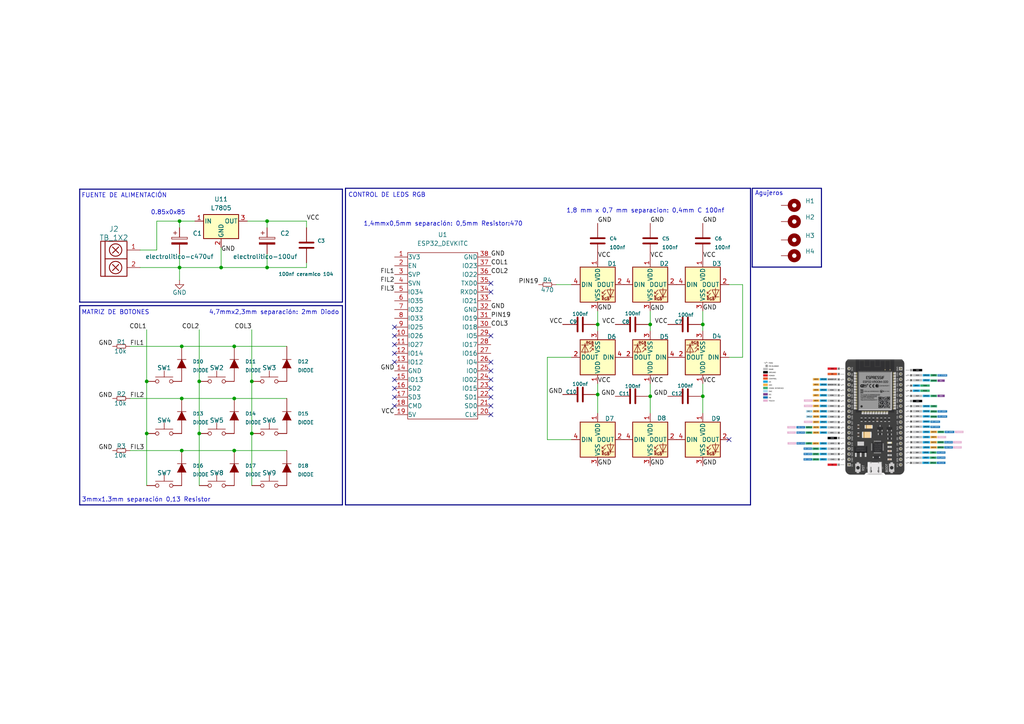
<source format=kicad_sch>
(kicad_sch (version 20231120) (generator "eeschema") (generator_version "8.0")
  (paper "A4")
  (lib_symbols
    (symbol "Device:C_Polarized" (pin_numbers hide) (pin_names (offset 0.254))
      (property "Reference" "C" (at 0.635 2.54 0))
      (property "Value" "C_Polarized" (at 0.635 -2.54 0))
      (symbol "C_Polarized_0_1"
        (rectangle (start -2.286 0.508) (end 2.286 1.016))
        (polyline (pts (xy -1.778 2.286) (xy -0.762 2.286)))
        (polyline (pts (xy -1.27 2.794) (xy -1.27 1.778)))
        (rectangle (start 2.286 -0.508) (end -2.286 -1.016) (fill (type outline)))
      )
      (symbol "C_Polarized_1_1"
        (pin passive line (at 0 3.81 270) (length 2.794) (name "~") (number "1"))
        (pin passive line (at 0 -3.81 90) (length 2.794) (name "~") (number "2"))
      )
    )
    (symbol "EESTN5:C" (pin_numbers hide) (pin_names (offset 0.254))
      (property "Reference" "C" (at 0 2.54 0))
      (property "Value" "C" (at 0.1524 -2.159 0))
      (symbol "C_0_1"
        (polyline (pts (xy -2.032 -0.762) (xy 2.032 -0.762)) (stroke (width 0.508)))
        (polyline (pts (xy -2.032 0.762) (xy 2.032 0.762)) (stroke (width 0.508)))
      )
      (symbol "C_1_1"
        (pin passive line (at 0 5.08 270) (length 4.318) (name "~") (number "1"))
        (pin passive line (at 0 -5.08 90) (length 4.318) (name "~") (number "2"))
      )
    )
    (symbol "EESTN5:DIODE" (pin_numbers hide) (pin_names (offset 1.016) hide)
      (property "Reference" "D" (at 0 2.54 0))
      (property "Value" "DIODE" (at 0 -2.54 0))
      (symbol "DIODE_0_1"
        (polyline (pts (xy 1.27 1.27) (xy 1.27 -1.27)) (stroke (width 0.1524)))
        (polyline (pts (xy -1.27 1.27) (xy 1.27 0) (xy -1.27 -1.27)) (fill (type outline)))
      )
      (symbol "DIODE_1_1"
        (pin passive line (at -5.08 0 0) (length 3.81) (name "A") (number "1"))
        (pin passive line (at 5.08 0 180) (length 3.81) (name "K") (number "2"))
      )
    )
    (symbol "EESTN5:ESP32_DEVKITC" (pin_names (offset 0.0254))
      (property "Reference" "U" (at 0 25.4 0))
      (property "Value" "ESP32_DEVKITC" (at 0 -25.4 0))
      (symbol "ESP32_DEVKITC_0_1"
        (rectangle (start -10.16 24.13) (end 10.16 -24.13))
      )
      (symbol "ESP32_DEVKITC_1_1"
        (pin passive line (at -13.97 22.86 0) (length 3.81) (name "3V3") (number "1"))
        (pin passive line (at -13.97 0 0) (length 3.81) (name "IO26") (number "10"))
        (pin passive line (at -13.97 -2.54 0) (length 3.81) (name "IO27") (number "11"))
        (pin passive line (at -13.97 -5.08 0) (length 3.81) (name "IO14") (number "12"))
        (pin passive line (at -13.97 -7.62 0) (length 3.81) (name "IO12") (number "13"))
        (pin passive line (at -13.97 -10.16 0) (length 3.81) (name "GND") (number "14"))
        (pin passive line (at -13.97 -12.7 0) (length 3.81) (name "IO13") (number "15"))
        (pin passive line (at -13.97 -15.24 0) (length 3.81) (name "SD2") (number "16"))
        (pin passive line (at -13.97 -17.78 0) (length 3.81) (name "SD3") (number "17"))
        (pin passive line (at -13.97 -20.32 0) (length 3.81) (name "CMD") (number "18"))
        (pin passive line (at -13.97 -22.86 0) (length 3.81) (name "5V") (number "19"))
        (pin passive line (at -13.97 20.32 0) (length 3.81) (name "EN") (number "2"))
        (pin passive line (at 13.97 -22.86 180) (length 3.81) (name "CLK") (number "20"))
        (pin passive line (at 13.97 -20.32 180) (length 3.81) (name "SD0") (number "21"))
        (pin passive line (at 13.97 -17.78 180) (length 3.81) (name "SD1") (number "22"))
        (pin passive line (at 13.97 -15.24 180) (length 3.81) (name "IO15") (number "23"))
        (pin passive line (at 13.97 -12.7 180) (length 3.81) (name "IO02") (number "24"))
        (pin passive line (at 13.97 -10.16 180) (length 3.81) (name "IO0") (number "25"))
        (pin passive line (at 13.97 -7.62 180) (length 3.81) (name "IO4") (number "26"))
        (pin passive line (at 13.97 -5.08 180) (length 3.81) (name "IO16") (number "27"))
        (pin passive line (at 13.97 -2.54 180) (length 3.81) (name "IO17") (number "28"))
        (pin passive line (at 13.97 0 180) (length 3.81) (name "IO5") (number "29"))
        (pin passive line (at -13.97 17.78 0) (length 3.81) (name "SVP") (number "3"))
        (pin passive line (at 13.97 2.54 180) (length 3.81) (name "IO18") (number "30"))
        (pin passive line (at 13.97 5.08 180) (length 3.81) (name "IO19") (number "31"))
        (pin passive line (at 13.97 7.62 180) (length 3.81) (name "GND") (number "32"))
        (pin passive line (at 13.97 10.16 180) (length 3.81) (name "IO21") (number "33"))
        (pin passive line (at 13.97 12.7 180) (length 3.81) (name "RXD0") (number "34"))
        (pin passive line (at 13.97 15.24 180) (length 3.81) (name "TXD0") (number "35"))
        (pin passive line (at 13.97 17.78 180) (length 3.81) (name "IO22") (number "36"))
        (pin passive line (at 13.97 20.32 180) (length 3.81) (name "IO23") (number "37"))
        (pin passive line (at 13.97 22.86 180) (length 3.81) (name "GND") (number "38"))
        (pin passive line (at -13.97 15.24 0) (length 3.81) (name "SVN") (number "4"))
        (pin passive line (at -13.97 12.7 0) (length 3.81) (name "IO34") (number "5"))
        (pin passive line (at -13.97 10.16 0) (length 3.81) (name "IO35") (number "6"))
        (pin passive line (at -13.97 7.62 0) (length 3.81) (name "IO32") (number "7"))
        (pin passive line (at -13.97 5.08 0) (length 3.81) (name "IO33") (number "8"))
        (pin passive line (at -13.97 2.54 0) (length 3.81) (name "IO25") (number "9"))
      )
    )
    (symbol "EESTN5:R" (pin_numbers hide) (pin_names (offset 0))
      (property "Reference" "R" (at -1.27 0 90))
      (property "Value" "R" (at 1.27 0 90))
      (symbol "R_0_1"
        (rectangle (start 0.508 1.27) (end -0.508 -1.27))
      )
      (symbol "R_1_1"
        (pin passive line (at 0 2.54 270) (length 1.27) (name "~") (number "1"))
        (pin passive line (at 0 -2.54 90) (length 1.27) (name "~") (number "2"))
      )
    )
    (symbol "EESTN5:SW_Push" (pin_numbers hide) (pin_names (offset 1.016) hide)
      (property "Reference" "SW" (at 1.27 2.54 0))
      (symbol "SW_Push_0_1"
        (circle (center -2.032 0) (radius 0.508))
        (polyline (pts (xy 0 1.27) (xy 0 3.048)))
        (polyline (pts (xy 2.54 1.27) (xy -2.54 1.27)))
        (circle (center 2.032 0) (radius 0.508))
        (pin passive line (at -5.08 0 0) (length 2.54) (name "1") (number "1"))
        (pin passive line (at 5.08 0 180) (length 2.54) (name "2") (number "2"))
      )
    )
    (symbol "EESTN5:TB_1X2" (pin_names (offset 1.016))
      (property "Reference" "J" (at 0 7.62 0))
      (property "Value" "TB_1X2" (at 1.27 -7.62 0))
      (symbol "TB_1X2_0_1"
        (rectangle (start -2.54 5.08) (end 5.08 -5.08) (stroke (width 0.254)))
        (polyline (pts (xy -1.27 0) (xy 5.08 0)) (stroke (width 0.254)))
        (polyline (pts (xy -1.27 5.08) (xy -1.27 -5.08)) (stroke (width 0.254)))
        (polyline (pts (xy 0.889 -3.429) (xy 2.667 -1.651)) (stroke (width 0.254)))
        (polyline (pts (xy 0.889 -1.651) (xy 2.667 -3.429)) (stroke (width 0.254)))
        (polyline (pts (xy 0.889 1.651) (xy 2.667 3.429)) (stroke (width 0.254)))
        (polyline (pts (xy 0.889 3.429) (xy 2.667 1.651)) (stroke (width 0.254)))
        (circle (center 1.778 -2.54) (radius 1.8034) (stroke (width 0.254)))
        (circle (center 1.778 2.54) (radius 1.8034) (stroke (width 0.254)))
      )
      (symbol "TB_1X2_1_1"
        (pin input line (at 8.89 2.54 180) (length 3.81) (name "~") (number "1"))
        (pin input line (at 8.89 -2.54 180) (length 3.81) (name "~") (number "2"))
      )
    )
    (symbol "LED:WS2812B" (pin_names (offset 0.254))
      (property "Reference" "D" (at 5.08 5.715 0))
      (property "Value" "WS2812B" (at 1.27 -5.715 0))
      (symbol "WS2812B_0_0"
        (text "RGB" (at 2.286 -4.191 0) (effects (font (size 0.762 0.762))))
      )
      (symbol "WS2812B_0_1"
        (polyline (pts (xy 1.27 -3.556) (xy 1.778 -3.556)))
        (polyline (pts (xy 1.27 -2.54) (xy 1.778 -2.54)))
        (polyline (pts (xy 4.699 -3.556) (xy 2.667 -3.556)))
        (polyline (pts (xy 2.286 -2.54) (xy 1.27 -3.556) (xy 1.27 -3.048)))
        (polyline (pts (xy 2.286 -1.524) (xy 1.27 -2.54) (xy 1.27 -2.032)))
        (polyline (pts (xy 3.683 -1.016) (xy 3.683 -3.556) (xy 3.683 -4.064)))
        (polyline (pts (xy 4.699 -1.524) (xy 2.667 -1.524) (xy 3.683 -3.556) (xy 4.699 -1.524)))
        (rectangle (start 5.08 5.08) (end -5.08 -5.08) (stroke (width 0.254)) (fill (type background)))
      )
      (symbol "WS2812B_1_1"
        (pin power_in line (at 0 7.62 270) (length 2.54) (name "VDD") (number "1"))
        (pin output line (at 7.62 0 180) (length 2.54) (name "DOUT") (number "2"))
        (pin power_in line (at 0 -7.62 90) (length 2.54) (name "VSS") (number "3"))
        (pin input line (at -7.62 0 0) (length 2.54) (name "DIN") (number "4"))
      )
    )
    (symbol "MountingHole_Pad_1" (pin_numbers hide) (pin_names (offset 1.016) hide)
      (property "Reference" "H" (at 0 6.35 0))
      (property "Value" "MountingHole_Pad" (at 0 4.445 0))
      (symbol "MountingHole_Pad_1_0_1"
        (circle (center 0 1.27) (radius 1.27) (stroke (width 1.27)))
      )
      (symbol "MountingHole_Pad_1_1_1"
        (pin input line (at 0 -2.54 90) (length 2.54) (name "1") (number "1"))
      )
    )
    (symbol "Regulator_Linear:L7805" (pin_names (offset 0.254))
      (property "Reference" "U" (at -3.81 3.175 0))
      (property "Value" "L7805" (at 0 3.175 0))
      (symbol "L7805_0_1"
        (rectangle (start -5.08 1.905) (end 5.08 -5.08) (stroke (width 0.254)) (fill (type background)))
      )
      (symbol "L7805_1_1"
        (pin power_in line (at -7.62 0 0) (length 2.54) (name "IN") (number "1"))
        (pin power_in line (at 0 -7.62 90) (length 2.54) (name "GND") (number "2"))
        (pin power_out line (at 7.62 0 180) (length 2.54) (name "OUT") (number "3"))
      )
    )
    (symbol "power:GND" (power) (pin_names (offset 0))
      (property "Value" "GND" (at 0 -3.81 0))
      (symbol "GND_0_1"
        (polyline (pts (xy 0 0) (xy 0 -1.27) (xy 1.27 -1.27) (xy 0 -2.54) (xy -1.27 -1.27) (xy 0 -1.27)))
      )
      (symbol "GND_1_1"
        (pin power_in line (at 0 0 270) (length 0) hide (name "GND") (number "1"))
      )
    )
  )
  (junction (at 77.47 64.135))
  (junction (at 52.705 130.683))
  (junction (at 42.545 110.617))
  (junction (at 73.025 125.73))
  (junction (at 203.835 94.107))
  (junction (at 67.945 130.683))
  (junction (at 67.945 100.457))
  (junction (at 77.47 77.597))
  (junction (at 173.355 94.107))
  (junction (at 188.595 114.935))
  (junction (at 73.025 110.617))
  (junction (at 52.705 100.457))
  (junction (at 64.135 77.597))
  (junction (at 203.835 114.935))
  (junction (at 52.07 64.135))
  (junction (at 57.785 125.73))
  (junction (at 57.785 110.617))
  (junction (at 52.07 77.597))
  (junction (at 67.945 115.57))
  (junction (at 42.545 125.73))
  (junction (at 188.595 94.107))
  (junction (at 173.355 114.427))
  (junction (at 52.705 115.57))
  (no_connect (at 142.367 120.269))
  (no_connect (at 114.427 115.189))
  (no_connect (at 142.367 117.729))
  (no_connect (at 114.427 99.949))
  (no_connect (at 114.427 102.489))
  (no_connect (at 114.427 94.869))
  (no_connect (at 114.427 117.729))
  (no_connect (at 142.367 112.649))
  (no_connect (at 142.367 84.709))
  (no_connect (at 142.367 82.169))
  (no_connect (at 142.367 115.189))
  (no_connect (at 142.367 105.029))
  (no_connect (at 114.427 112.649))
  (no_connect (at 114.427 105.029))
  (no_connect (at 114.427 110.109))
  (no_connect (at 142.367 107.569))
  (no_connect (at 142.367 110.109))
  (no_connect (at 142.367 97.409))
  (no_connect (at 114.427 97.409))
  (no_connect (at 211.455 127.508))
  (wire (pts (xy 73.025 125.73) (xy 73.025 140.843)))
  (bus (pts (xy 23.114 88.646) (xy 99.314 88.646)))
  (bus (pts (xy 99.314 54.864) (xy 99.314 87.63)))
  (wire (pts (xy 173.355 119.888) (xy 173.355 114.427)))
  (wire (pts (xy 67.945 115.57) (xy 83.185 115.57)))
  (wire (pts (xy 42.545 125.73) (xy 42.545 140.843)))
  (wire (pts (xy 52.705 115.57) (xy 67.945 115.57)))
  (wire (pts (xy 37.719 115.57) (xy 52.705 115.57)))
  (bus (pts (xy 99.314 87.63) (xy 23.114 87.63)))
  (wire (pts (xy 64.135 71.755) (xy 64.135 77.597)))
  (wire (pts (xy 173.355 94.107) (xy 173.355 96.012)))
  (bus (pts (xy 238.252 77.47) (xy 238.252 54.61)))
  (wire (pts (xy 188.595 96.012) (xy 188.595 94.107)))
  (wire (pts (xy 161.29 82.55) (xy 165.735 82.55)))
  (bus (pts (xy 23.114 146.431) (xy 99.314 146.431)))
  (wire (pts (xy 88.9 77.597) (xy 88.9 76.2)))
  (wire (pts (xy 37.719 130.683) (xy 52.705 130.683)))
  (wire (pts (xy 57.785 110.617) (xy 57.785 125.73)))
  (wire (pts (xy 158.75 103.632) (xy 158.75 127.508)))
  (wire (pts (xy 203.835 114.935) (xy 203.835 119.888)))
  (wire (pts (xy 73.025 110.617) (xy 73.025 125.73)))
  (wire (pts (xy 173.355 90.17) (xy 173.355 94.107)))
  (bus (pts (xy 100.203 146.431) (xy 217.678 146.431)))
  (wire (pts (xy 67.945 100.457) (xy 83.185 100.457)))
  (wire (pts (xy 188.595 111.252) (xy 188.595 114.935)))
  (wire (pts (xy 37.719 100.457) (xy 52.705 100.457)))
  (wire (pts (xy 203.835 111.252) (xy 203.835 114.935)))
  (wire (pts (xy 158.75 127.508) (xy 165.735 127.508)))
  (wire (pts (xy 52.705 130.683) (xy 67.945 130.683)))
  (wire (pts (xy 158.75 103.632) (xy 165.735 103.632)))
  (wire (pts (xy 45.466 64.135) (xy 52.07 64.135)))
  (bus (pts (xy 100.203 54.61) (xy 100.203 146.431)))
  (wire (pts (xy 88.9 64.135) (xy 88.9 66.04)))
  (bus (pts (xy 23.114 54.864) (xy 99.314 54.864)))
  (wire (pts (xy 77.47 66.04) (xy 77.47 64.135)))
  (wire (pts (xy 52.07 77.597) (xy 52.07 81.28)))
  (bus (pts (xy 99.314 146.431) (xy 99.314 88.646)))
  (bus (pts (xy 100.203 54.61) (xy 217.678 54.61)))
  (wire (pts (xy 211.455 103.632) (xy 215.392 103.632)))
  (wire (pts (xy 77.47 73.66) (xy 77.47 77.597)))
  (bus (pts (xy 23.114 88.646) (xy 23.114 146.431)))
  (bus (pts (xy 23.114 87.63) (xy 23.114 54.864)))
  (wire (pts (xy 57.785 125.73) (xy 57.785 140.843)))
  (wire (pts (xy 188.595 114.935) (xy 188.595 119.888)))
  (bus (pts (xy 218.186 77.47) (xy 218.186 54.61)))
  (wire (pts (xy 52.705 100.457) (xy 67.945 100.457)))
  (wire (pts (xy 52.07 64.135) (xy 56.515 64.135)))
  (wire (pts (xy 40.64 77.597) (xy 52.07 77.597)))
  (wire (pts (xy 52.07 64.135) (xy 52.07 66.04)))
  (wire (pts (xy 215.392 82.55) (xy 211.455 82.55)))
  (bus (pts (xy 218.186 77.47) (xy 238.252 77.47)))
  (bus (pts (xy 218.313 54.61) (xy 238.125 54.61)))
  (wire (pts (xy 203.835 94.107) (xy 203.835 96.012)))
  (wire (pts (xy 173.355 114.427) (xy 173.355 111.252)))
  (wire (pts (xy 71.755 64.135) (xy 77.47 64.135)))
  (bus (pts (xy 217.678 146.431) (xy 217.678 54.61)))
  (wire (pts (xy 77.47 77.597) (xy 88.9 77.597)))
  (wire (pts (xy 73.025 95.631) (xy 73.025 110.617)))
  (wire (pts (xy 57.785 95.631) (xy 57.785 110.617)))
  (wire (pts (xy 188.595 90.17) (xy 188.595 94.107)))
  (wire (pts (xy 52.07 77.597) (xy 64.135 77.597)))
  (wire (pts (xy 215.392 82.55) (xy 215.392 103.632)))
  (wire (pts (xy 64.135 77.597) (xy 77.47 77.597)))
  (wire (pts (xy 40.64 72.517) (xy 45.466 72.517)))
  (wire (pts (xy 42.545 110.617) (xy 42.545 125.73)))
  (wire (pts (xy 67.945 130.683) (xy 83.185 130.683)))
  (wire (pts (xy 77.47 64.135) (xy 88.9 64.135)))
  (wire (pts (xy 52.07 73.66) (xy 52.07 77.597)))
  (wire (pts (xy 45.466 72.517) (xy 45.466 64.135)))
  (wire (pts (xy 203.835 90.17) (xy 203.835 94.107)))
  (wire (pts (xy 42.545 95.631) (xy 42.545 110.617)))
  (image (at 250.19 121.412) (scale 0.198988))
  (text "FUENTE DE ALIMENTACIÓN" (at 23.622 57.531 0) (effects (font (size 1.27 1.27)) (justify left bottom)))
  (text "0.85x0x85\n" (at 48.768 61.722 0) (effects (font (size 1.27 1.27))))
  (text "3mmx1.3mm separación 0,13 Resistor" (at 42.418 145.034 0) (effects (font (size 1.27 1.27))))
  (text "1,8 mm x 0,7 mm separacion: 0,4mm C 100nf\n" (at 187.198 61.214 0) (effects (font (size 1.27 1.27))))
  (text "MATRIZ DE BOTONES" (at 23.622 91.44 0) (effects (font (size 1.27 1.27)) (justify left bottom)))
  (text "Agujeros\n" (at 218.948 56.896 0) (effects (font (size 1.27 1.27)) (justify left bottom)))
  (text "CONTROL DE LEDS RGB" (at 100.965 57.404 0) (effects (font (size 1.27 1.27)) (justify left bottom)))
  (text "4,7mmx2,3mm separación: 2mm Diodo" (at 79.502 90.678 0) (effects (font (size 1.27 1.27))))
  (text "1,4mmx0,5mm separación: 0,5mm Resistor:470" (at 128.524 65.024 0) (effects (font (size 1.27 1.27))))
  (label "VCC" (at 193.675 94.107 180))
  (label "GND" (at 178.435 114.935 180))
  (label "COL1" (at 42.545 95.631 180))
  (label "VCC" (at 188.595 74.93 0))
  (label "VCC" (at 88.9 64.135 0))
  (label "VCC" (at 163.195 94.107 180))
  (label "VCC" (at 188.595 111.252 0))
  (label "GND" (at 203.835 135.128 0))
  (label "GND" (at 188.595 90.297 0))
  (label "VCC" (at 203.835 74.93 0))
  (label "GND" (at 203.835 64.77 0))
  (label "FIL3" (at 114.427 84.709 180))
  (label "FIL1" (at 37.719 100.457 0))
  (label "COL3" (at 142.367 94.869 0))
  (label "VCC" (at 173.355 111.252 0))
  (label "VCC" (at 203.835 111.252 0))
  (label "GND" (at 193.675 114.935 180))
  (label "COL2" (at 57.785 95.631 180))
  (label "FIL2" (at 37.719 115.57 0))
  (label "FIL2" (at 114.427 82.169 180))
  (label "GND" (at 114.427 107.569 180))
  (label "GND" (at 173.355 135.128 0))
  (label "GND" (at 188.595 64.77 0))
  (label "PIN19" (at 142.367 92.329 0))
  (label "GND" (at 163.195 114.427 180))
  (label "VCC" (at 173.355 74.93 0))
  (label "FIL3" (at 37.719 130.683 0))
  (label "GND" (at 173.355 90.17 0))
  (label "FIL1" (at 114.427 79.629 180))
  (label "GND" (at 32.639 115.57 180))
  (label "GND" (at 173.355 64.77 0))
  (label "GND" (at 32.639 100.457 180))
  (label "GND" (at 142.367 89.789 0))
  (label "GND" (at 142.367 74.549 0))
  (label "COL2" (at 142.367 79.629 0))
  (label "PIN19" (at 156.21 82.55 180))
  (label "GND" (at 32.639 130.683 180))
  (label "COL3" (at 73.025 95.631 180))
  (label "GND" (at 203.835 90.17 0))
  (label "VCC" (at 114.427 120.269 180))
  (label "VCC" (at 178.435 94.107 180))
  (label "COL1" (at 142.367 77.089 0))
  (label "GND" (at 188.595 135.128 0))
  (label "GND" (at 64.135 73.152 0))
  (symbol (lib_id "LED:WS2812B") (at 173.355 82.55 0) (unit 1)
    (property "Reference" "D1" (at 177.546 76.454 0))
    (property "Value" "WS2812B" (effects (hide yes)))
    (property "Footprint" "LED_SMD:LED_WS2812B_PLCC4_5.0x5.0mm_P3.2mm" (effects (hide yes)))
    (property "Datasheet" "https://cdn-shop.adafruit.com/datasheets/WS2812B.pdf" (effects (hide yes)))
  )
  (symbol (lib_id "EESTN5:C") (at 168.275 94.107 90) (unit 1)
    (property "Reference" "C9" (at 166.243 93.345 90) (effects (font (size 1.016 1.016))))
    (property "Value" "100nf" (at 168.275 91.059 90) (effects (font (size 1.016 1.016))))
    (property "Footprint" "eesp32:verdadero.capacior.smd.100nf" (effects (hide yes)))
  )
  (symbol (lib_id "LED:WS2812B") (at 188.595 127.508 0) (unit 1)
    (property "Reference" "D8" (at 191.897 121.285 0))
    (property "Value" "WS2812B" (effects (hide yes)))
    (property "Footprint" "LED_SMD:LED_WS2812B_PLCC4_5.0x5.0mm_P3.2mm" (effects (hide yes)))
    (property "Datasheet" "https://cdn-shop.adafruit.com/datasheets/WS2812B.pdf" (effects (hide yes)))
  )
  (symbol (lib_id "EESTN5:SW_Push") (at 47.625 110.617 0) (unit 1)
    (property "Reference" "SW1" (at 47.625 106.68 0))
    (property "Value" "SW_Push" (effects (hide yes)))
    (property "Footprint" "regulador de tensión l7805:pushbuttom" (effects (hide yes)))
  )
  (symbol (lib_name "MountingHole_Pad_1") (lib_id "Mechanical:MountingHole_Pad") (at 229.108 74.168 270) (unit 1)
    (property "Reference" "H4" (at 233.553 72.898 90) (effects (justify left)))
    (property "Value" "MountingHole_Pad" (effects (hide yes)))
    (property "Footprint" "EESTN5:Separador_M3_10mm" (effects (hide yes)))
  )
  (symbol (lib_id "EESTN5:DIODE") (at 67.945 120.65 90) (unit 1)
    (property "Reference" "D14" (at 71.12 119.9769 90) (effects (font (size 1.016 1.016)) (justify right)))
    (property "Value" "DIODE" (at 71.12 122.5169 90) (effects (font (size 1.016 1.016)) (justify right)))
    (property "Footprint" "eesp32:Diodo_SMD M7" (effects (hide yes)))
  )
  (symbol (lib_id "power:GND") (at 52.07 81.28 0) (unit 1)
    (property "Reference" "#PWR01" (effects (hide yes)))
    (property "Value" "GND" (at 52.07 84.836 0))
  )
  (symbol (lib_id "LED:WS2812B") (at 188.595 103.632 180) (unit 1)
    (property "Reference" "D5" (at 192.659 97.663 0))
    (property "Value" "WS2812B" (effects (hide yes)))
    (property "Footprint" "LED_SMD:LED_WS2812B_PLCC4_5.0x5.0mm_P3.2mm" (effects (hide yes)))
    (property "Datasheet" "https://cdn-shop.adafruit.com/datasheets/WS2812B.pdf" (effects (hide yes)))
  )
  (symbol (lib_name "MountingHole_Pad_1") (lib_id "Mechanical:MountingHole_Pad") (at 229.108 69.596 270) (unit 1)
    (property "Reference" "H3" (at 233.553 68.326 90) (effects (justify left)))
    (property "Value" "MountingHole_Pad" (effects (hide yes)))
    (property "Footprint" "EESTN5:Separador_M3_10mm" (effects (hide yes)))
  )
  (symbol (lib_id "EESTN5:C") (at 168.275 114.427 270) (unit 1)
    (property "Reference" "C10" (at 167.259 113.665 90) (effects (font (size 1.016 1.016)) (justify right)))
    (property "Value" "100nf" (at 170.561 111.379 90) (effects (font (size 1.016 1.016)) (justify right)))
    (property "Footprint" "eesp32:verdadero.capacior.smd.100nf" (effects (hide yes)))
  )
  (symbol (lib_id "EESTN5:SW_Push") (at 62.865 140.843 0) (unit 1)
    (property "Reference" "SW8" (at 62.865 137.16 0))
    (property "Value" "SW_Push" (effects (hide yes)))
    (property "Footprint" "regulador de tensión l7805:pushbuttom" (effects (hide yes)))
  )
  (symbol (lib_name "MountingHole_Pad_1") (lib_id "Mechanical:MountingHole_Pad") (at 229.108 59.563 270) (unit 1)
    (property "Reference" "H1" (at 233.553 58.293 90) (effects (justify left)))
    (property "Value" "MountingHole_Pad" (effects (hide yes)))
    (property "Footprint" "EESTN5:Separador_M3_10mm" (effects (hide yes)))
  )
  (symbol (lib_id "EESTN5:DIODE") (at 83.185 120.65 90) (unit 1)
    (property "Reference" "D15" (at 86.36 119.9769 90) (effects (font (size 1.016 1.016)) (justify right)))
    (property "Value" "DIODE" (at 86.36 122.5169 90) (effects (font (size 1.016 1.016)) (justify right)))
    (property "Footprint" "eesp32:Diodo_SMD M7" (effects (hide yes)))
  )
  (symbol (lib_id "EESTN5:DIODE") (at 83.185 105.537 90) (unit 1)
    (property "Reference" "D12" (at 86.36 104.8639 90) (effects (font (size 1.016 1.016)) (justify right)))
    (property "Value" "DIODE" (at 86.36 107.4039 90) (effects (font (size 1.016 1.016)) (justify right)))
    (property "Footprint" "eesp32:Diodo_SMD M7" (effects (hide yes)))
  )
  (symbol (lib_id "LED:WS2812B") (at 173.355 103.632 180) (unit 1)
    (property "Reference" "D6" (at 177.419 97.663 0))
    (property "Value" "WS2812B" (effects (hide yes)))
    (property "Footprint" "LED_SMD:LED_WS2812B_PLCC4_5.0x5.0mm_P3.2mm" (effects (hide yes)))
    (property "Datasheet" "https://cdn-shop.adafruit.com/datasheets/WS2812B.pdf" (effects (hide yes)))
  )
  (symbol (lib_id "LED:WS2812B") (at 173.355 127.508 0) (unit 1)
    (property "Reference" "D7" (at 176.784 121.412 0))
    (property "Value" "WS2812B" (effects (hide yes)))
    (property "Footprint" "LED_SMD:LED_WS2812B_PLCC4_5.0x5.0mm_P3.2mm" (effects (hide yes)))
    (property "Datasheet" "https://cdn-shop.adafruit.com/datasheets/WS2812B.pdf" (effects (hide yes)))
  )
  (symbol (lib_id "EESTN5:R") (at 158.75 82.55 90) (unit 1)
    (property "Reference" "R4" (at 158.75 81.28 90))
    (property "Value" "470" (at 158.75 84.074 90))
    (property "Footprint" "Resistor_SMD:R_0603_1608Metric" (effects (hide yes)))
  )
  (symbol (lib_id "EESTN5:R") (at 35.179 115.57 90) (unit 1)
    (property "Reference" "R2" (at 35.179 114.3 90))
    (property "Value" "10k" (at 34.925 116.967 90))
    (property "Footprint" "eesp32:rrr" (effects (hide yes)))
  )
  (symbol (lib_name "MountingHole_Pad_1") (lib_id "Mechanical:MountingHole_Pad") (at 229.108 64.262 270) (unit 1)
    (property "Reference" "H2" (at 233.553 62.992 90) (effects (justify left)))
    (property "Value" "MountingHole_Pad" (effects (hide yes)))
    (property "Footprint" "EESTN5:Separador_M3_10mm" (effects (hide yes)))
  )
  (symbol (lib_id "EESTN5:SW_Push") (at 78.105 140.843 0) (unit 1)
    (property "Reference" "SW9" (at 78.105 137.16 0))
    (property "Value" "SW_Push" (effects (hide yes)))
    (property "Footprint" "regulador de tensión l7805:pushbuttom" (effects (hide yes)))
  )
  (symbol (lib_id "EESTN5:C") (at 173.355 69.85 180) (unit 1)
    (property "Reference" "C4" (at 176.784 69.215 0) (effects (font (size 1.016 1.016)) (justify right)))
    (property "Value" "100nf" (at 176.784 71.755 0) (effects (font (size 1.016 1.016)) (justify right)))
    (property "Footprint" "eesp32:verdadero.capacior.smd.100nf" (effects (hide yes)))
  )
  (symbol (lib_id "LED:WS2812B") (at 203.835 82.55 0) (unit 1)
    (property "Reference" "D3" (at 207.899 76.454 0))
    (property "Value" "WS2812B" (effects (hide yes)))
    (property "Footprint" "LED_SMD:LED_WS2812B_PLCC4_5.0x5.0mm_P3.2mm" (effects (hide yes)))
    (property "Datasheet" "https://cdn-shop.adafruit.com/datasheets/WS2812B.pdf" (effects (hide yes)))
  )
  (symbol (lib_id "Regulator_Linear:L7805") (at 64.135 64.135 0) (unit 1)
    (property "Reference" "U11" (at 64.135 57.785 0))
    (property "Value" "L7805" (at 64.135 60.325 0))
    (property "Footprint" "Package_TO_SOT_SMD:TO-263-2" (effects (hide yes)))
    (property "Datasheet" "http://www.st.com/content/ccc/resource/technical/document/datasheet/41/4f/b3/b0/12/d4/47/88/CD00000444.pdf/files/CD00000444.pdf/jcr:content/translations/en.CD00000444.pdf" (effects (hide yes)))
  )
  (symbol (lib_id "EESTN5:SW_Push") (at 78.105 110.617 0) (unit 1)
    (property "Reference" "SW3" (at 78.105 106.68 0))
    (property "Value" "SW_Push" (effects (hide yes)))
    (property "Footprint" "regulador de tensión l7805:pushbuttom" (effects (hide yes)))
  )
  (symbol (lib_id "EESTN5:C") (at 183.515 114.935 270) (unit 1)
    (property "Reference" "C11" (at 182.626 114.173 90) (effects (font (size 1.016 1.016)) (justify right)))
    (property "Value" "100nf" (at 185.801 112.014 90) (effects (font (size 1.016 1.016)) (justify right)))
    (property "Footprint" "eesp32:verdadero.capacior.smd.100nf" (effects (hide yes)))
  )
  (symbol (lib_id "Device:C_Polarized") (at 52.07 69.85 0) (unit 1)
    (property "Reference" "C1" (at 55.88 67.6909 0) (effects (justify left)))
    (property "Value" "electrolitico-c470uf" (at 42.164 74.422 0) (effects (justify left)))
    (property "Footprint" "Capacitor_SMD:CP_Elec_6.3x9.9" (effects (hide yes)))
    (property "Description" "Polarized capacitor" (effects (hide yes)))
  )
  (symbol (lib_id "LED:WS2812B") (at 203.835 103.632 180) (unit 1)
    (property "Reference" "D4" (at 207.899 97.536 0))
    (property "Value" "WS2812B" (effects (hide yes)))
    (property "Footprint" "LED_SMD:LED_WS2812B_PLCC4_5.0x5.0mm_P3.2mm" (effects (hide yes)))
    (property "Datasheet" "https://cdn-shop.adafruit.com/datasheets/WS2812B.pdf" (effects (hide yes)))
  )
  (symbol (lib_id "LED:WS2812B") (at 203.835 127.508 0) (unit 1)
    (property "Reference" "D9" (at 207.645 121.412 0))
    (property "Value" "WS2812B" (effects (hide yes)))
    (property "Footprint" "LED_SMD:LED_WS2812B_PLCC4_5.0x5.0mm_P3.2mm" (effects (hide yes)))
    (property "Datasheet" "https://cdn-shop.adafruit.com/datasheets/WS2812B.pdf" (effects (hide yes)))
  )
  (symbol (lib_id "EESTN5:SW_Push") (at 78.105 125.73 0) (unit 1)
    (property "Reference" "SW6" (at 78.105 121.92 0))
    (property "Value" "SW_Push" (effects (hide yes)))
    (property "Footprint" "regulador de tensión l7805:pushbuttom" (effects (hide yes)))
  )
  (symbol (lib_id "EESTN5:ESP32_DEVKITC") (at 128.397 97.409 0) (unit 1)
    (property "Reference" "U1" (at 128.397 68.072 0))
    (property "Value" "ESP32_DEVKITC" (at 128.397 70.612 0))
    (property "Footprint" "myfootprint:ese" (effects (hide yes)))
  )
  (symbol (lib_id "EESTN5:TB_1X2") (at 31.75 75.057 0) (unit 1)
    (property "Reference" "J2" (at 33.02 66.421 0) (effects (font (size 1.524 1.524))))
    (property "Value" "TB_1X2" (at 33.02 68.961 0) (effects (font (size 1.524 1.524))))
    (property "Footprint" "TerminalBlock:TerminalBlock_Altech_AK300-2_P5.00mm" (effects (hide yes)))
  )
  (symbol (lib_id "EESTN5:SW_Push") (at 47.625 125.73 0) (unit 1)
    (property "Reference" "SW4" (at 47.625 121.92 0))
    (property "Value" "SW_Push" (effects (hide yes)))
    (property "Footprint" "regulador de tensión l7805:pushbuttom" (effects (hide yes)))
  )
  (symbol (lib_id "EESTN5:R") (at 35.179 130.683 90) (unit 1)
    (property "Reference" "R3" (at 35.179 129.413 90))
    (property "Value" "10k" (at 34.925 132.08 90))
    (property "Footprint" "eesp32:rrr" (effects (hide yes)))
  )
  (symbol (lib_id "EESTN5:C") (at 198.755 114.935 270) (unit 1)
    (property "Reference" "C12" (at 197.866 114.173 90) (effects (font (size 1.016 1.016)) (justify right)))
    (property "Value" "100nf" (at 201.041 111.887 90) (effects (font (size 1.016 1.016)) (justify right)))
    (property "Footprint" "eesp32:verdadero.capacior.smd.100nf" (effects (hide yes)))
  )
  (symbol (lib_id "EESTN5:DIODE") (at 67.945 105.537 90) (unit 1)
    (property "Reference" "D11" (at 71.12 104.8639 90) (effects (font (size 1.016 1.016)) (justify right)))
    (property "Value" "DIODE" (at 71.12 107.4039 90) (effects (font (size 1.016 1.016)) (justify right)))
    (property "Footprint" "eesp32:Diodo_SMD M7" (effects (hide yes)))
  )
  (symbol (lib_id "LED:WS2812B") (at 188.595 82.55 0) (unit 1)
    (property "Reference" "D2" (at 192.659 76.454 0))
    (property "Value" "WS2812B" (effects (hide yes)))
    (property "Footprint" "LED_SMD:LED_WS2812B_PLCC4_5.0x5.0mm_P3.2mm" (effects (hide yes)))
    (property "Datasheet" "https://cdn-shop.adafruit.com/datasheets/WS2812B.pdf" (effects (hide yes)))
  )
  (symbol (lib_id "EESTN5:C") (at 88.9 71.12 180) (unit 1)
    (property "Reference" "C3" (at 92.075 69.8499 0) (effects (font (size 1.016 1.016)) (justify right)))
    (property "Value" "100nf ceramico 104" (at 80.772 79.502 0) (effects (font (size 1.016 1.016)) (justify right)))
    (property "Footprint" "EESTN5:CAP_0.1" (effects (hide yes)))
  )
  (symbol (lib_id "EESTN5:SW_Push") (at 47.625 140.843 0) (unit 1)
    (property "Reference" "SW7" (at 47.625 137.16 0))
    (property "Value" "SW_Push" (effects (hide yes)))
    (property "Footprint" "regulador de tensión l7805:pushbuttom" (effects (hide yes)))
  )
  (symbol (lib_id "EESTN5:C") (at 188.595 69.85 180) (unit 1)
    (property "Reference" "C5" (at 192.024 69.215 0) (effects (font (size 1.016 1.016)) (justify right)))
    (property "Value" "100nf" (at 192.024 71.755 0) (effects (font (size 1.016 1.016)) (justify right)))
    (property "Footprint" "eesp32:verdadero.capacior.smd.100nf" (effects (hide yes)))
  )
  (symbol (lib_id "Device:C_Polarized") (at 77.47 69.85 0) (unit 1)
    (property "Reference" "C2" (at 81.28 67.6909 0) (effects (justify left)))
    (property "Value" "electrolitico-100uf" (at 67.564 74.422 0) (effects (justify left)))
    (property "Footprint" "Capacitor_THT:CP_Radial_D8.0mm_P3.50mm" (effects (hide yes)))
    (property "Description" "Polarized capacitor" (effects (hide yes)))
  )
  (symbol (lib_id "EESTN5:SW_Push") (at 62.865 125.73 0) (unit 1)
    (property "Reference" "SW5" (at 62.865 121.92 0))
    (property "Value" "SW_Push" (effects (hide yes)))
    (property "Footprint" "regulador de tensión l7805:pushbuttom" (effects (hide yes)))
  )
  (symbol (lib_id "EESTN5:C") (at 183.515 94.107 90) (unit 1)
    (property "Reference" "C8" (at 181.483 93.345 90) (effects (font (size 1.016 1.016))))
    (property "Value" "100nf" (at 183.515 90.932 90) (effects (font (size 1.016 1.016))))
    (property "Footprint" "eesp32:verdadero.capacior.smd.100nf" (effects (hide yes)))
  )
  (symbol (lib_id "EESTN5:DIODE") (at 83.185 135.763 90) (unit 1)
    (property "Reference" "D18" (at 86.36 135.0899 90) (effects (font (size 1.016 1.016)) (justify right)))
    (property "Value" "DIODE" (at 86.36 137.6299 90) (effects (font (size 1.016 1.016)) (justify right)))
    (property "Footprint" "eesp32:Diodo_SMD M7" (effects (hide yes)))
  )
  (symbol (lib_id "EESTN5:DIODE") (at 52.705 120.65 90) (unit 1)
    (property "Reference" "D13" (at 55.88 119.9769 90) (effects (font (size 1.016 1.016)) (justify right)))
    (property "Value" "DIODE" (at 55.88 122.5169 90) (effects (font (size 1.016 1.016)) (justify right)))
    (property "Footprint" "eesp32:Diodo_SMD M7" (effects (hide yes)))
  )
  (symbol (lib_id "EESTN5:DIODE") (at 52.705 105.537 90) (unit 1)
    (property "Reference" "D10" (at 55.88 104.8639 90) (effects (font (size 1.016 1.016)) (justify right)))
    (property "Value" "DIODE" (at 55.88 107.4039 90) (effects (font (size 1.016 1.016)) (justify right)))
    (property "Footprint" "eesp32:Diodo_SMD M7" (effects (hide yes)))
  )
  (symbol (lib_id "EESTN5:DIODE") (at 67.945 135.763 90) (unit 1)
    (property "Reference" "D17" (at 71.12 135.0899 90) (effects (font (size 1.016 1.016)) (justify right)))
    (property "Value" "DIODE" (at 71.12 137.6299 90) (effects (font (size 1.016 1.016)) (justify right)))
    (property "Footprint" "eesp32:Diodo_SMD M7" (effects (hide yes)))
  )
  (symbol (lib_id "EESTN5:DIODE") (at 52.705 135.763 90) (unit 1)
    (property "Reference" "D16" (at 55.88 135.0899 90) (effects (font (size 1.016 1.016)) (justify right)))
    (property "Value" "DIODE" (at 55.88 137.6299 90) (effects (font (size 1.016 1.016)) (justify right)))
    (property "Footprint" "eesp32:Diodo_SMD M7" (effects (hide yes)))
  )
  (symbol (lib_id "EESTN5:C") (at 198.755 94.107 90) (unit 1)
    (property "Reference" "C7" (at 195.707 93.345 90) (effects (font (size 1.016 1.016)) (justify right)))
    (property "Value" "100nf" (at 196.596 91.313 90) (effects (font (size 1.016 1.016)) (justify right)))
    (property "Footprint" "eesp32:verdadero.capacior.smd.100nf" (effects (hide yes)))
  )
  (symbol (lib_id "EESTN5:R") (at 35.179 100.457 90) (unit 1)
    (property "Reference" "R1" (at 35.179 99.187 90))
    (property "Value" "10k" (at 34.925 101.854 90))
    (property "Footprint" "eesp32:rrr" (effects (hide yes)))
  )
  (symbol (lib_id "EESTN5:C") (at 203.835 69.85 180) (unit 1)
    (property "Reference" "C6" (at 207.264 69.215 0) (effects (font (size 1.016 1.016)) (justify right)))
    (property "Value" "100nf" (at 207.264 71.755 0) (effects (font (size 1.016 1.016)) (justify right)))
    (property "Footprint" "eesp32:verdadero.capacior.smd.100nf" (effects (hide yes)))
  )
  (symbol (lib_id "EESTN5:SW_Push") (at 62.865 110.617 0) (unit 1)
    (property "Reference" "SW2" (at 62.865 106.68 0))
    (property "Value" "SW_Push" (effects (hide yes)))
    (property "Footprint" "regulador de tensión l7805:pushbuttom" (effects (hide yes)))
  )
)
</source>
